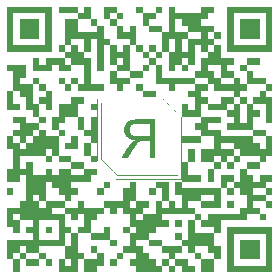
<source format=gbo>
G04*
G04 #@! TF.GenerationSoftware,Altium Limited,Altium Designer,22.1.2 (22)*
G04*
G04 Layer_Color=32896*
%FSLAX25Y25*%
%MOIN*%
G70*
G04*
G04 #@! TF.SameCoordinates,52BC5A9B-E7CF-49AA-A5AC-D027EE08C1C4*
G04*
G04*
G04 #@! TF.FilePolarity,Positive*
G04*
G01*
G75*
G36*
X110900Y115645D02*
X108739D01*
Y113483D01*
X106578D01*
Y111322D01*
X110900D01*
Y109161D01*
X113061D01*
Y107000D01*
X110900D01*
Y109161D01*
X108739D01*
Y107000D01*
X110900D01*
Y104839D01*
X113061D01*
Y100517D01*
X117383D01*
Y98356D01*
X115222D01*
Y96194D01*
X117383D01*
Y94033D01*
X119544D01*
Y91872D01*
X121705D01*
Y89711D01*
X119544D01*
Y87550D01*
X121705D01*
Y87204D01*
Y87118D01*
Y85389D01*
X123867D01*
Y83228D01*
X126028D01*
Y81067D01*
X123867D01*
Y76744D01*
X128189D01*
Y74583D01*
X130350D01*
Y68100D01*
X128189D01*
Y65939D01*
X126028D01*
Y68100D01*
X119544D01*
Y70261D01*
X117383D01*
Y72422D01*
X113061D01*
Y70261D01*
X117383D01*
Y68100D01*
X119544D01*
Y65939D01*
X117383D01*
Y68100D01*
X115222D01*
Y65939D01*
X117383D01*
Y63778D01*
X115222D01*
Y65939D01*
X113061D01*
Y68100D01*
X110900D01*
Y65939D01*
X113061D01*
Y65852D01*
Y63778D01*
X110900D01*
Y65939D01*
X106578D01*
Y70261D01*
X110900D01*
Y74583D01*
X106578D01*
Y76744D01*
X104417D01*
Y78906D01*
X106578D01*
Y81067D01*
X100094D01*
Y85389D01*
X102256D01*
Y83228D01*
X104417D01*
Y87550D01*
X102256D01*
Y89711D01*
X104417D01*
Y91872D01*
X97933D01*
Y89711D01*
X95772D01*
Y91872D01*
X91450D01*
Y98356D01*
X89289D01*
Y100517D01*
X87128D01*
Y102678D01*
X84967D01*
Y104839D01*
X82806D01*
Y107000D01*
X78483D01*
Y111322D01*
X76322D01*
Y113483D01*
X74161D01*
Y117806D01*
X78483D01*
Y115904D01*
Y115817D01*
Y115645D01*
X80644D01*
Y114866D01*
Y114780D01*
Y113483D01*
X78483D01*
Y115645D01*
X76322D01*
Y113483D01*
X78483D01*
Y111322D01*
X80644D01*
Y109161D01*
X82806D01*
Y111322D01*
X84967D01*
Y104839D01*
X87128D01*
Y102678D01*
X89289D01*
Y100517D01*
X91450D01*
Y98356D01*
X93611D01*
Y94033D01*
X104417D01*
Y91872D01*
X108739D01*
Y89711D01*
X106578D01*
Y87550D01*
X108739D01*
Y86772D01*
Y86686D01*
Y85389D01*
X113061D01*
Y87550D01*
X117383D01*
Y85389D01*
X119544D01*
Y78906D01*
X121705D01*
Y85389D01*
X119544D01*
Y87550D01*
X117383D01*
Y89711D01*
X110900D01*
Y91872D01*
X108739D01*
Y94033D01*
X104417D01*
Y96194D01*
X106578D01*
Y100517D01*
X108739D01*
Y102678D01*
X106578D01*
Y104839D01*
X104417D01*
Y98356D01*
X102256D01*
Y100517D01*
X100094D01*
Y98356D01*
X102256D01*
Y96194D01*
X100094D01*
Y98356D01*
X97933D01*
Y96194D01*
X95772D01*
Y102678D01*
X93611D01*
Y109161D01*
X89289D01*
Y111322D01*
X87128D01*
Y115645D01*
X84967D01*
Y117806D01*
X87128D01*
Y115645D01*
X91450D01*
Y113483D01*
X89289D01*
Y111322D01*
X93611D01*
Y110112D01*
Y110026D01*
Y109161D01*
X95772D01*
Y114175D01*
Y114261D01*
Y117806D01*
X97933D01*
Y115645D01*
X106578D01*
Y117806D01*
X110900D01*
Y115645D01*
D02*
G37*
G36*
X93611D02*
X91450D01*
Y115731D01*
Y117806D01*
X93611D01*
Y115645D01*
D02*
G37*
G36*
X69839Y113483D02*
X72000D01*
Y111322D01*
X74161D01*
Y107000D01*
X76322D01*
Y104839D01*
X78483D01*
Y102678D01*
X80644D01*
Y104839D01*
X82806D01*
Y96194D01*
X87128D01*
Y94033D01*
X82806D01*
Y96194D01*
X78483D01*
Y98356D01*
X76322D01*
Y98961D01*
Y99047D01*
Y104839D01*
X74161D01*
Y96194D01*
X72000D01*
Y107000D01*
X69839D01*
Y102678D01*
X67678D01*
Y107000D01*
X63356D01*
Y104839D01*
X65517D01*
Y102678D01*
X67678D01*
Y100517D01*
X69839D01*
Y95935D01*
Y95849D01*
Y91872D01*
X74161D01*
Y89711D01*
X65517D01*
Y91872D01*
X63356D01*
Y94033D01*
X65517D01*
Y91872D01*
X67678D01*
Y98356D01*
X63356D01*
Y100517D01*
X61194D01*
Y102678D01*
X59033D01*
Y104839D01*
X61194D01*
Y102678D01*
X63356D01*
Y104839D01*
X61194D01*
Y113483D01*
X65517D01*
Y109161D01*
X72000D01*
Y111322D01*
X69839D01*
Y112965D01*
Y113051D01*
Y113483D01*
X65517D01*
Y115645D01*
X59033D01*
Y117806D01*
X65517D01*
Y115645D01*
X67678D01*
Y117806D01*
X69839D01*
Y113483D01*
D02*
G37*
G36*
X130350Y102678D02*
X115222D01*
Y110458D01*
Y110544D01*
Y117806D01*
X130350D01*
Y102678D01*
D02*
G37*
G36*
X56872D02*
X41744D01*
Y117806D01*
X56872D01*
Y102678D01*
D02*
G37*
G36*
X91450D02*
X93611D01*
Y101035D01*
Y100949D01*
Y100517D01*
X91450D01*
Y102678D01*
X89289D01*
Y104839D01*
X91450D01*
Y102678D01*
D02*
G37*
G36*
X126028Y98356D02*
X121705D01*
Y100517D01*
X126028D01*
Y98356D01*
D02*
G37*
G36*
X61194Y100257D02*
Y100171D01*
Y98356D01*
X63356D01*
Y96194D01*
X59033D01*
Y98356D01*
X56872D01*
Y96194D01*
X50389D01*
Y100517D01*
X52550D01*
Y98356D01*
X54711D01*
Y100517D01*
X61194D01*
Y100257D01*
D02*
G37*
G36*
X89289Y96194D02*
X87128D01*
Y98356D01*
X89289D01*
Y96194D01*
D02*
G37*
G36*
X121705D02*
X123867D01*
Y94033D01*
X128189D01*
Y91872D01*
X130350D01*
Y89711D01*
X128189D01*
Y91872D01*
X121705D01*
Y96194D01*
X119544D01*
Y98356D01*
X121705D01*
Y96194D01*
D02*
G37*
G36*
X78483Y94033D02*
X82806D01*
Y91872D01*
X80644D01*
Y89711D01*
X78483D01*
Y91872D01*
X76322D01*
Y95935D01*
Y96022D01*
Y96194D01*
X78483D01*
Y94033D01*
D02*
G37*
G36*
X61194Y92132D02*
Y92045D01*
Y91872D01*
X63356D01*
Y89711D01*
X61194D01*
Y91354D01*
Y91440D01*
Y91872D01*
X59033D01*
Y94033D01*
X61194D01*
Y92132D01*
D02*
G37*
G36*
X87128Y89711D02*
X91450D01*
Y87550D01*
X87128D01*
Y89711D01*
X84967D01*
Y90662D01*
Y90749D01*
Y91872D01*
X87128D01*
Y89711D01*
D02*
G37*
G36*
X52550Y91872D02*
X54711D01*
Y89711D01*
X56872D01*
Y85043D01*
Y84957D01*
Y83228D01*
X54711D01*
Y85389D01*
X52550D01*
Y87550D01*
X54711D01*
Y89711D01*
X52550D01*
Y91872D01*
X50389D01*
Y91959D01*
Y92045D01*
Y94033D01*
X52550D01*
Y91872D01*
D02*
G37*
G36*
X43905Y85389D02*
X46067D01*
Y83314D01*
Y83228D01*
X41744D01*
Y89711D01*
X43905D01*
Y85389D01*
D02*
G37*
G36*
X128189Y87550D02*
X130350D01*
Y86080D01*
Y85994D01*
Y78906D01*
X128189D01*
Y85389D01*
X123867D01*
Y87550D01*
X126028D01*
Y89711D01*
X128189D01*
Y87550D01*
D02*
G37*
G36*
X48228Y94033D02*
X46067D01*
Y91872D01*
X50389D01*
Y85389D01*
X52550D01*
Y81067D01*
X54711D01*
Y78906D01*
X52550D01*
Y81067D01*
X50389D01*
Y83228D01*
X48228D01*
Y87550D01*
X46067D01*
Y89452D01*
Y89538D01*
Y89711D01*
X43905D01*
Y96194D01*
X41744D01*
Y98356D01*
X48228D01*
Y94033D01*
D02*
G37*
G36*
X65517Y70261D02*
X61194D01*
Y72422D01*
X63356D01*
Y74583D01*
X65517D01*
Y70261D01*
D02*
G37*
G36*
X48228Y78906D02*
X52550D01*
Y76744D01*
X54711D01*
Y74583D01*
X59033D01*
Y68100D01*
X63356D01*
Y65939D01*
X67678D01*
Y63778D01*
X72000D01*
Y61617D01*
X69839D01*
Y59456D01*
X63356D01*
Y57294D01*
X65517D01*
Y55133D01*
X63356D01*
Y52972D01*
X61194D01*
Y55133D01*
X59033D01*
Y57294D01*
X56872D01*
Y59456D01*
X54711D01*
Y52972D01*
X61194D01*
Y50811D01*
X65517D01*
Y52972D01*
X67678D01*
Y50811D01*
X74161D01*
Y48650D01*
X72000D01*
Y46489D01*
X69839D01*
Y42167D01*
X74161D01*
Y44328D01*
X76322D01*
Y40006D01*
X78483D01*
Y37844D01*
X76322D01*
Y40006D01*
X69839D01*
Y42167D01*
X65517D01*
Y44328D01*
X67678D01*
Y48650D01*
X65517D01*
Y46489D01*
X63356D01*
Y48650D01*
X61194D01*
Y50811D01*
X56872D01*
Y48650D01*
X61194D01*
Y44328D01*
X63356D01*
Y42167D01*
X65517D01*
Y35683D01*
X67678D01*
Y33522D01*
X72000D01*
Y35683D01*
X69839D01*
Y37844D01*
X72000D01*
Y35683D01*
X74161D01*
Y31361D01*
X72000D01*
Y29200D01*
X67678D01*
Y33522D01*
X65517D01*
Y29200D01*
X59033D01*
Y33522D01*
X61194D01*
Y31361D01*
X63356D01*
Y33522D01*
X61194D01*
Y37844D01*
X52550D01*
Y35683D01*
X54711D01*
Y33522D01*
X56872D01*
Y31361D01*
X54711D01*
Y33522D01*
X52550D01*
Y35683D01*
X48228D01*
Y37844D01*
X46067D01*
Y35683D01*
X48228D01*
Y33522D01*
X52550D01*
Y31361D01*
X48228D01*
Y33522D01*
X46067D01*
Y33782D01*
Y33868D01*
Y35683D01*
X43905D01*
Y33522D01*
X46067D01*
Y29200D01*
X43905D01*
Y32485D01*
Y32571D01*
Y33522D01*
X41744D01*
Y40006D01*
X50389D01*
Y42167D01*
X48228D01*
Y44328D01*
X50389D01*
Y46489D01*
X46067D01*
Y48650D01*
X43905D01*
Y46489D01*
X46067D01*
Y42167D01*
X43905D01*
Y44328D01*
X41744D01*
Y50811D01*
X46067D01*
Y52972D01*
X48228D01*
Y61617D01*
X46067D01*
Y59456D01*
X41744D01*
Y63778D01*
X43905D01*
Y70261D01*
X41744D01*
Y74583D01*
X43905D01*
Y72422D01*
X46067D01*
Y70261D01*
X48228D01*
Y72422D01*
X46067D01*
Y74583D01*
X43905D01*
Y76744D01*
X46067D01*
Y78906D01*
X43905D01*
Y81067D01*
X48228D01*
Y78906D01*
D02*
G37*
G36*
X67678Y85389D02*
X65517D01*
Y81067D01*
X67678D01*
Y76831D01*
Y76744D01*
X69839D01*
Y81067D01*
X72000D01*
Y83228D01*
X69839D01*
Y85389D01*
X72000D01*
Y86945D01*
X94130D01*
Y86858D01*
X94216D01*
Y86772D01*
X94303D01*
Y86686D01*
X94389D01*
Y86599D01*
X94476D01*
Y86513D01*
X94562D01*
Y86426D01*
X94648D01*
Y86340D01*
X94735D01*
Y86253D01*
X94821D01*
Y86167D01*
X94908D01*
Y86080D01*
X94994D01*
Y85994D01*
X95081D01*
Y85908D01*
X95167D01*
Y85821D01*
X95253D01*
Y85735D01*
X95340D01*
Y85648D01*
X95426D01*
Y85562D01*
X95513D01*
Y85475D01*
X95599D01*
Y85389D01*
X95686D01*
Y85302D01*
X95772D01*
Y85216D01*
X95859D01*
Y85130D01*
X95945D01*
Y85043D01*
X96032D01*
Y84957D01*
X96118D01*
Y84870D01*
X96204D01*
Y84784D01*
X96291D01*
Y84697D01*
X96377D01*
Y84611D01*
X96464D01*
Y84525D01*
X96550D01*
Y84438D01*
X96637D01*
Y84352D01*
X96723D01*
Y84265D01*
X96810D01*
Y84179D01*
X96896D01*
Y84092D01*
X96982D01*
Y84006D01*
X97069D01*
Y83919D01*
X97155D01*
Y83833D01*
X97242D01*
Y83746D01*
X97328D01*
Y83660D01*
X97415D01*
Y83574D01*
X97501D01*
Y83487D01*
X97588D01*
Y83401D01*
X97674D01*
Y83314D01*
X97760D01*
Y83228D01*
X97847D01*
Y83141D01*
X97933D01*
Y83055D01*
X98020D01*
Y82968D01*
X98106D01*
Y82882D01*
X98193D01*
Y82796D01*
X98279D01*
Y82709D01*
X98365D01*
Y82623D01*
X98452D01*
Y82536D01*
X98538D01*
Y82450D01*
X98625D01*
Y82363D01*
X98711D01*
Y82277D01*
X98798D01*
Y82190D01*
X98884D01*
Y82104D01*
X98971D01*
Y82018D01*
X99057D01*
Y81931D01*
X99144D01*
Y81845D01*
X99230D01*
Y81758D01*
X99316D01*
Y81672D01*
X99403D01*
Y81585D01*
X99489D01*
Y81499D01*
X99576D01*
Y81413D01*
X99662D01*
Y81326D01*
X99749D01*
Y81240D01*
X99835D01*
Y81153D01*
X99922D01*
Y80980D01*
X100094D01*
Y74583D01*
X106578D01*
Y72422D01*
X100094D01*
Y65939D01*
X102256D01*
Y61617D01*
X106578D01*
Y59456D01*
X100094D01*
Y60147D01*
X78051D01*
Y60234D01*
X77965D01*
Y60320D01*
X77878D01*
Y60406D01*
X77792D01*
Y60493D01*
X77705D01*
Y60579D01*
X77619D01*
Y60666D01*
X77532D01*
Y60752D01*
X77446D01*
Y60839D01*
X77360D01*
Y60925D01*
X77273D01*
Y61012D01*
X77187D01*
Y61098D01*
X77100D01*
Y61185D01*
X77014D01*
Y61271D01*
X76927D01*
Y61357D01*
X76841D01*
Y61444D01*
X76754D01*
Y61530D01*
X76668D01*
Y61617D01*
X76582D01*
Y61703D01*
X76495D01*
Y61790D01*
X76409D01*
Y61876D01*
X76322D01*
Y61962D01*
X76236D01*
Y62049D01*
X76149D01*
Y62135D01*
X76063D01*
Y62222D01*
X75976D01*
Y62308D01*
X75890D01*
Y62395D01*
X75804D01*
Y62481D01*
X75717D01*
Y62568D01*
X75631D01*
Y62654D01*
X75544D01*
Y62740D01*
X75458D01*
Y62827D01*
X75371D01*
Y62913D01*
X75285D01*
Y63000D01*
X75198D01*
Y63086D01*
X75112D01*
Y63173D01*
X75025D01*
Y63259D01*
X74939D01*
Y63346D01*
X74853D01*
Y63432D01*
X74766D01*
Y63518D01*
X74680D01*
Y63605D01*
X74593D01*
Y63691D01*
X74507D01*
Y63778D01*
X74420D01*
Y63864D01*
X74334D01*
Y63951D01*
X74248D01*
Y64037D01*
X74161D01*
Y64124D01*
X74075D01*
Y64210D01*
X73988D01*
Y64297D01*
X73902D01*
Y64383D01*
X73815D01*
Y64469D01*
X73729D01*
Y64556D01*
X73642D01*
Y64642D01*
X73556D01*
Y64729D01*
X73470D01*
Y64815D01*
X73383D01*
Y64902D01*
X73297D01*
Y64988D01*
X73210D01*
Y65074D01*
X73124D01*
Y65161D01*
X73037D01*
Y65247D01*
X72951D01*
Y65334D01*
X72864D01*
Y65420D01*
X72778D01*
Y65507D01*
X72692D01*
Y65593D01*
X72605D01*
Y65680D01*
X72519D01*
Y65766D01*
X72432D01*
Y65852D01*
X72346D01*
Y65939D01*
X72259D01*
Y66025D01*
X72173D01*
Y66112D01*
X72086D01*
Y66198D01*
X72000D01*
Y65939D01*
X69839D01*
Y68100D01*
X67678D01*
Y72422D01*
X69839D01*
Y68100D01*
X72000D01*
Y72422D01*
X69839D01*
Y74583D01*
X67678D01*
Y76744D01*
X65517D01*
Y81067D01*
X61194D01*
Y78906D01*
X59033D01*
Y76744D01*
X61194D01*
Y76658D01*
Y76572D01*
Y74583D01*
X59033D01*
Y76744D01*
X56872D01*
Y81067D01*
X59033D01*
Y85389D01*
X63356D01*
Y87118D01*
Y87204D01*
Y87550D01*
X67678D01*
Y85389D01*
D02*
G37*
G36*
X104417Y65939D02*
X102256D01*
Y70261D01*
X104417D01*
Y65939D01*
D02*
G37*
G36*
X126028Y63778D02*
X121705D01*
Y65334D01*
Y65420D01*
Y65939D01*
X126028D01*
Y63778D01*
D02*
G37*
G36*
X121705Y61617D02*
X123867D01*
Y59456D01*
X126028D01*
Y61617D01*
X130350D01*
Y59456D01*
X128189D01*
Y57294D01*
X130350D01*
Y55133D01*
X128189D01*
Y56689D01*
Y56776D01*
Y57294D01*
X123867D01*
Y55133D01*
X128189D01*
Y52972D01*
X130350D01*
Y50811D01*
X128189D01*
Y51503D01*
Y51589D01*
Y52972D01*
X123867D01*
Y50811D01*
X126028D01*
Y48650D01*
X128189D01*
Y46489D01*
X126028D01*
Y48650D01*
X121705D01*
Y46489D01*
X113061D01*
Y43896D01*
Y43809D01*
Y42167D01*
X110900D01*
Y44328D01*
X106578D01*
Y46489D01*
X104417D01*
Y48650D01*
X93611D01*
Y46489D01*
X95772D01*
Y44328D01*
X91450D01*
Y42167D01*
X89289D01*
Y40006D01*
X93611D01*
Y37844D01*
X100094D01*
Y35683D01*
X97933D01*
Y33522D01*
X102256D01*
Y31361D01*
X104417D01*
Y29200D01*
X100094D01*
Y31361D01*
X97933D01*
Y33522D01*
X95772D01*
Y35683D01*
X93611D01*
Y37844D01*
X89289D01*
Y40006D01*
X84967D01*
Y37844D01*
X87128D01*
Y35683D01*
X89289D01*
Y33522D01*
X91450D01*
Y31361D01*
X93611D01*
Y29200D01*
X84967D01*
Y31361D01*
X82806D01*
Y33522D01*
X84967D01*
Y35683D01*
X80644D01*
Y37844D01*
X82806D01*
Y42167D01*
X80644D01*
Y44328D01*
X82806D01*
Y42167D01*
X84967D01*
Y44328D01*
X82806D01*
Y48650D01*
X80644D01*
Y50811D01*
X78483D01*
Y48650D01*
X76322D01*
Y50811D01*
X74161D01*
Y52972D01*
X80644D01*
Y57294D01*
X82806D01*
Y59456D01*
X84967D01*
Y52972D01*
X89289D01*
Y50811D01*
X87128D01*
Y48650D01*
X91450D01*
Y52972D01*
X93611D01*
Y50811D01*
X95772D01*
Y52972D01*
X93611D01*
Y57294D01*
X91450D01*
Y59456D01*
X95772D01*
Y52972D01*
X97933D01*
Y50811D01*
X100094D01*
Y55133D01*
X97933D01*
Y59456D01*
X100094D01*
Y57294D01*
X113061D01*
Y50811D01*
X106578D01*
Y52972D01*
X102256D01*
Y50811D01*
X104417D01*
Y48650D01*
X106578D01*
Y46489D01*
X108739D01*
Y48650D01*
X119544D01*
Y50811D01*
X121705D01*
Y55133D01*
X119544D01*
Y57294D01*
X117383D01*
Y59456D01*
X115222D01*
Y57294D01*
X117383D01*
Y56430D01*
Y56344D01*
Y55133D01*
X115222D01*
Y57294D01*
X113061D01*
Y61617D01*
X117383D01*
Y59456D01*
X119544D01*
Y63778D01*
X121705D01*
Y61617D01*
D02*
G37*
G36*
X110900Y61357D02*
Y61271D01*
Y59456D01*
X108739D01*
Y63778D01*
X110900D01*
Y61357D01*
D02*
G37*
G36*
X76322Y58764D02*
Y58678D01*
Y57294D01*
X74161D01*
Y59456D01*
X76322D01*
Y58764D01*
D02*
G37*
G36*
X91450Y55133D02*
X89289D01*
Y57294D01*
X91450D01*
Y55133D01*
D02*
G37*
G36*
X74161D02*
X72000D01*
Y57294D01*
X74161D01*
Y55133D01*
D02*
G37*
G36*
X43905D02*
X41744D01*
Y56171D01*
Y56257D01*
Y57294D01*
X43905D01*
Y55133D01*
D02*
G37*
G36*
X117383Y50811D02*
X115222D01*
Y52972D01*
X117383D01*
Y50811D01*
D02*
G37*
G36*
X100094Y44328D02*
X97933D01*
Y46489D01*
X100094D01*
Y44328D01*
D02*
G37*
G36*
X104417Y42167D02*
X110900D01*
Y37844D01*
X113061D01*
Y33522D01*
X110900D01*
Y34127D01*
Y34214D01*
Y35683D01*
X108739D01*
Y37844D01*
X104417D01*
Y35683D01*
X106578D01*
Y33522D01*
X110900D01*
Y29200D01*
X106578D01*
Y33522D01*
X104417D01*
Y35683D01*
X102256D01*
Y37844D01*
X100094D01*
Y40006D01*
X97933D01*
Y40957D01*
Y41043D01*
Y42167D01*
X100094D01*
Y40006D01*
X102256D01*
Y46489D01*
X104417D01*
Y42167D01*
D02*
G37*
G36*
X80644Y33522D02*
X78483D01*
Y35683D01*
X80644D01*
Y33522D01*
D02*
G37*
G36*
X78483Y31361D02*
X76322D01*
Y32485D01*
Y32571D01*
Y33522D01*
X78483D01*
Y31361D01*
D02*
G37*
G36*
X130350Y29200D02*
X115222D01*
Y31534D01*
Y31620D01*
Y44328D01*
X130350D01*
Y29200D01*
D02*
G37*
G36*
X95772Y31361D02*
X97933D01*
Y29200D01*
X95772D01*
Y31275D01*
Y31361D01*
X93611D01*
Y31448D01*
Y31534D01*
Y33522D01*
X95772D01*
Y31361D01*
D02*
G37*
%LPC*%
G36*
X100094Y113483D02*
X97933D01*
Y109161D01*
X102256D01*
Y107000D01*
X106578D01*
Y109161D01*
X102256D01*
Y111322D01*
X100094D01*
Y113483D01*
D02*
G37*
G36*
X110900Y104839D02*
X108739D01*
Y102678D01*
X110900D01*
Y104839D01*
D02*
G37*
G36*
X102256Y107000D02*
X100094D01*
Y102678D01*
X102256D01*
Y103974D01*
Y104061D01*
Y107000D01*
D02*
G37*
G36*
X97933D02*
X95772D01*
Y102678D01*
X97933D01*
Y107000D01*
D02*
G37*
G36*
X113061Y98356D02*
X108739D01*
Y97318D01*
Y97232D01*
Y96194D01*
X110900D01*
Y94033D01*
X113061D01*
Y91872D01*
X117383D01*
Y94033D01*
X113061D01*
Y98356D01*
D02*
G37*
G36*
X117383Y85389D02*
X115222D01*
Y83228D01*
X117383D01*
Y85389D01*
D02*
G37*
G36*
X108739D02*
X106578D01*
Y81067D01*
X113061D01*
Y78906D01*
X108739D01*
Y76744D01*
X113061D01*
Y74583D01*
X123867D01*
Y72422D01*
X126028D01*
Y70261D01*
X128189D01*
Y74583D01*
X123867D01*
Y76744D01*
X115222D01*
Y78906D01*
X117383D01*
Y81067D01*
X115222D01*
Y81845D01*
Y81931D01*
Y83228D01*
X108739D01*
Y85389D01*
D02*
G37*
G36*
X80644Y100517D02*
X78483D01*
Y98356D01*
X80644D01*
Y100517D01*
D02*
G37*
G36*
X128102Y115558D02*
X117470D01*
Y104925D01*
X128102D01*
Y115558D01*
D02*
G37*
%LPD*%
G36*
X126028Y109421D02*
Y109334D01*
Y107000D01*
X119544D01*
Y113483D01*
X126028D01*
Y109421D01*
D02*
G37*
%LPC*%
G36*
X54625Y115558D02*
X43992D01*
Y104925D01*
X54625D01*
Y115558D01*
D02*
G37*
%LPD*%
G36*
X52550Y107000D02*
X46067D01*
Y113483D01*
X52550D01*
Y107000D01*
D02*
G37*
%LPC*%
G36*
Y76744D02*
X50389D01*
Y74583D01*
X52550D01*
Y76744D01*
D02*
G37*
G36*
X50389Y74583D02*
X48228D01*
Y72422D01*
X50389D01*
Y74583D01*
D02*
G37*
G36*
X56872Y70261D02*
X54711D01*
Y68100D01*
X56872D01*
Y65939D01*
X54711D01*
Y66717D01*
Y66803D01*
Y68100D01*
X46067D01*
Y63778D01*
X48228D01*
Y65939D01*
X50389D01*
Y61617D01*
X54711D01*
Y63778D01*
X56872D01*
Y61617D01*
X59033D01*
Y63518D01*
Y63605D01*
Y63778D01*
X63356D01*
Y61617D01*
X67678D01*
Y63778D01*
X63356D01*
Y65939D01*
X59033D01*
Y68100D01*
X56872D01*
Y70261D01*
D02*
G37*
G36*
X52550Y55133D02*
X50389D01*
Y52972D01*
X52550D01*
Y50811D01*
X54711D01*
Y52972D01*
X52550D01*
Y55133D01*
D02*
G37*
G36*
X59033Y46489D02*
X52550D01*
Y40006D01*
X59033D01*
Y46489D01*
D02*
G37*
G36*
X63356Y42167D02*
X61194D01*
Y37844D01*
X63356D01*
Y42167D01*
D02*
G37*
%LPD*%
G36*
X56872D02*
X54711D01*
Y44328D01*
X56872D01*
Y42167D01*
D02*
G37*
%LPC*%
G36*
X93957Y86858D02*
X72173D01*
Y86772D01*
X72086D01*
Y66285D01*
X72173D01*
Y66198D01*
X72259D01*
Y66112D01*
X72346D01*
Y66025D01*
X72432D01*
Y65939D01*
X72519D01*
Y65852D01*
X72605D01*
Y65766D01*
X72692D01*
Y65680D01*
X72778D01*
Y65593D01*
X72864D01*
Y65507D01*
X72951D01*
Y65420D01*
X73037D01*
Y65334D01*
X73124D01*
Y65247D01*
X73210D01*
Y65161D01*
X73297D01*
Y65074D01*
X73383D01*
Y64988D01*
X73470D01*
Y64902D01*
X73556D01*
Y64815D01*
X73642D01*
Y64729D01*
X73729D01*
Y64642D01*
X73815D01*
Y64556D01*
X73902D01*
Y64469D01*
X73988D01*
Y64383D01*
X74075D01*
Y64297D01*
X74161D01*
Y64210D01*
X74248D01*
Y64124D01*
X74334D01*
Y64037D01*
X74420D01*
Y63951D01*
X74507D01*
Y63864D01*
X74593D01*
Y63778D01*
X74680D01*
Y63691D01*
X74766D01*
Y63605D01*
X74853D01*
Y63518D01*
X74939D01*
Y63432D01*
X75025D01*
Y63346D01*
X75112D01*
Y63259D01*
X75198D01*
Y63173D01*
X75285D01*
Y63086D01*
X75371D01*
Y63000D01*
X75458D01*
Y62913D01*
X75544D01*
Y62827D01*
X75631D01*
Y62740D01*
X75717D01*
Y62654D01*
X75804D01*
Y62568D01*
X75890D01*
Y62481D01*
X75976D01*
Y62395D01*
X76063D01*
Y62308D01*
X76149D01*
Y62222D01*
X76236D01*
Y62135D01*
X76322D01*
Y62049D01*
X76409D01*
Y61962D01*
X76495D01*
Y61876D01*
X76582D01*
Y61790D01*
X76668D01*
Y61703D01*
X76754D01*
Y61617D01*
X76841D01*
Y61530D01*
X76927D01*
Y61444D01*
X77014D01*
Y61357D01*
X77100D01*
Y61271D01*
X77187D01*
Y61185D01*
X77273D01*
Y61098D01*
X77360D01*
Y61012D01*
X77446D01*
Y60925D01*
X77532D01*
Y60839D01*
X77619D01*
Y60752D01*
X77705D01*
Y60666D01*
X77792D01*
Y60579D01*
X77878D01*
Y60493D01*
X77965D01*
Y60406D01*
X78051D01*
Y60320D01*
X100008D01*
Y80807D01*
X99922D01*
Y80980D01*
X99835D01*
Y81067D01*
X99749D01*
Y81153D01*
X99662D01*
Y81240D01*
X99576D01*
Y81326D01*
X99489D01*
Y81413D01*
X99403D01*
Y81499D01*
X99316D01*
Y81585D01*
X99230D01*
Y81672D01*
X99144D01*
Y81758D01*
X99057D01*
Y81845D01*
X98971D01*
Y81931D01*
X98884D01*
Y82018D01*
X98798D01*
Y82104D01*
X98711D01*
Y82190D01*
X98625D01*
Y82277D01*
X98538D01*
Y82363D01*
X98452D01*
Y82450D01*
X98365D01*
Y82536D01*
X98279D01*
Y82623D01*
X98193D01*
Y82709D01*
X98106D01*
Y82796D01*
X98020D01*
Y82882D01*
X97933D01*
Y82968D01*
X97847D01*
Y83055D01*
X97760D01*
Y83141D01*
X97674D01*
Y83228D01*
X97588D01*
Y83314D01*
X97501D01*
Y83401D01*
X97415D01*
Y83487D01*
X97328D01*
Y83574D01*
X97242D01*
Y83660D01*
X97155D01*
Y83746D01*
X97069D01*
Y83833D01*
X96982D01*
Y83919D01*
X96896D01*
Y84006D01*
X96810D01*
Y84092D01*
X96723D01*
Y84179D01*
X96637D01*
Y84265D01*
X96550D01*
Y84352D01*
X96464D01*
Y84438D01*
X96377D01*
Y84525D01*
X96291D01*
Y84611D01*
X96204D01*
Y84697D01*
X96118D01*
Y84784D01*
X96032D01*
Y84870D01*
X95945D01*
Y84957D01*
X95859D01*
Y85043D01*
X95772D01*
Y85130D01*
X95686D01*
Y85216D01*
X95599D01*
Y85302D01*
X95513D01*
Y85389D01*
X95426D01*
Y85475D01*
X95340D01*
Y85562D01*
X95253D01*
Y85648D01*
X95167D01*
Y85735D01*
X95081D01*
Y85821D01*
X94994D01*
Y85908D01*
X94908D01*
Y85994D01*
X94821D01*
Y86080D01*
X94735D01*
Y86167D01*
X94648D01*
Y86253D01*
X94562D01*
Y86340D01*
X94476D01*
Y86426D01*
X94389D01*
Y86513D01*
X94303D01*
Y86599D01*
X94216D01*
Y86686D01*
X94130D01*
Y86772D01*
X93957D01*
Y86858D01*
D02*
G37*
%LPD*%
G36*
X93438Y85648D02*
X93525D01*
Y85562D01*
X93611D01*
Y85475D01*
X93698D01*
Y85389D01*
X93784D01*
Y85302D01*
X93870D01*
Y85216D01*
X93957D01*
Y85130D01*
X94043D01*
Y85043D01*
X94130D01*
Y84957D01*
X94216D01*
Y84870D01*
X94303D01*
Y84784D01*
X94389D01*
Y84697D01*
X94476D01*
Y84611D01*
X94562D01*
Y84525D01*
X94648D01*
Y84438D01*
X94735D01*
Y84352D01*
X94821D01*
Y84265D01*
X94908D01*
Y84179D01*
X94994D01*
Y84092D01*
X95081D01*
Y84006D01*
X95167D01*
Y83919D01*
X95253D01*
Y83833D01*
X95340D01*
Y83746D01*
X95426D01*
Y83660D01*
X95513D01*
Y83574D01*
X95599D01*
Y83487D01*
X95686D01*
Y83401D01*
X95772D01*
Y83314D01*
X95859D01*
Y83228D01*
X95945D01*
Y83141D01*
X96032D01*
Y83055D01*
X96118D01*
Y82968D01*
X96204D01*
Y82882D01*
X96291D01*
Y82796D01*
X96377D01*
Y82709D01*
X96464D01*
Y82623D01*
X96550D01*
Y82536D01*
X96637D01*
Y82450D01*
X96723D01*
Y82363D01*
X96810D01*
Y82277D01*
X96896D01*
Y82190D01*
X96982D01*
Y82104D01*
X97069D01*
Y82018D01*
X97155D01*
Y81931D01*
X97242D01*
Y81845D01*
X97328D01*
Y81758D01*
X97415D01*
Y81672D01*
X97501D01*
Y81585D01*
X97588D01*
Y81499D01*
X97674D01*
Y81413D01*
X97760D01*
Y81326D01*
X97847D01*
Y81240D01*
X97933D01*
Y81153D01*
X98020D01*
Y81067D01*
X98106D01*
Y80980D01*
X98193D01*
Y80894D01*
X98279D01*
Y80807D01*
X98365D01*
Y80721D01*
X98452D01*
Y80634D01*
X98538D01*
Y80548D01*
X98625D01*
Y80462D01*
X98711D01*
Y80375D01*
X98798D01*
Y61357D01*
X78743D01*
Y61444D01*
X78656D01*
Y61530D01*
X78570D01*
Y61617D01*
X78483D01*
Y61703D01*
X78397D01*
Y61790D01*
X78310D01*
Y61876D01*
X78224D01*
Y61962D01*
X78137D01*
Y62049D01*
X78051D01*
Y62135D01*
X77965D01*
Y62222D01*
X77878D01*
Y62308D01*
X77792D01*
Y62395D01*
X77705D01*
Y62481D01*
X77619D01*
Y62568D01*
X77532D01*
Y62654D01*
X77446D01*
Y62740D01*
X77360D01*
Y62827D01*
X77273D01*
Y62913D01*
X77187D01*
Y63000D01*
X77100D01*
Y63086D01*
X77014D01*
Y63173D01*
X76927D01*
Y63259D01*
X76841D01*
Y63346D01*
X76754D01*
Y63432D01*
X76668D01*
Y63518D01*
X76582D01*
Y63605D01*
X76495D01*
Y63691D01*
X76409D01*
Y63778D01*
X76322D01*
Y63864D01*
X76236D01*
Y63951D01*
X76149D01*
Y64037D01*
X76063D01*
Y64124D01*
X75976D01*
Y64210D01*
X75890D01*
Y64297D01*
X75804D01*
Y64383D01*
X75717D01*
Y64469D01*
X75631D01*
Y64556D01*
X75544D01*
Y64642D01*
X75458D01*
Y64729D01*
X75371D01*
Y64815D01*
X75285D01*
Y64902D01*
X75198D01*
Y64988D01*
X75112D01*
Y65074D01*
X75025D01*
Y65161D01*
X74939D01*
Y65247D01*
X74853D01*
Y65334D01*
X74766D01*
Y65420D01*
X74680D01*
Y65507D01*
X74593D01*
Y65593D01*
X74507D01*
Y65680D01*
X74420D01*
Y65766D01*
X74334D01*
Y65852D01*
X74248D01*
Y65939D01*
X74161D01*
Y66025D01*
X74075D01*
Y66112D01*
X73988D01*
Y66198D01*
X73902D01*
Y66285D01*
X73815D01*
Y66371D01*
X73729D01*
Y66458D01*
X73642D01*
Y66544D01*
X73556D01*
Y66630D01*
X73470D01*
Y66717D01*
X73383D01*
Y66803D01*
X73297D01*
Y85735D01*
X93438D01*
Y85648D01*
D02*
G37*
%LPC*%
G36*
X93265D02*
X73470D01*
Y85562D01*
X73383D01*
Y66890D01*
X73470D01*
Y66803D01*
X73556D01*
Y66717D01*
X73642D01*
Y66630D01*
X73729D01*
Y66544D01*
X73815D01*
Y66458D01*
X73902D01*
Y66371D01*
X73988D01*
Y66285D01*
X74075D01*
Y66198D01*
X74161D01*
Y66112D01*
X74248D01*
Y66025D01*
X74334D01*
Y65939D01*
X74420D01*
Y65852D01*
X74507D01*
Y65766D01*
X74593D01*
Y65680D01*
X74680D01*
Y65593D01*
X74766D01*
Y65507D01*
X74853D01*
Y65420D01*
X74939D01*
Y65334D01*
X75025D01*
Y65247D01*
X75112D01*
Y65161D01*
X75198D01*
Y65074D01*
X75285D01*
Y64988D01*
X75371D01*
Y64902D01*
X75458D01*
Y64815D01*
X75544D01*
Y64729D01*
X75631D01*
Y64642D01*
X75717D01*
Y64556D01*
X75804D01*
Y64469D01*
X75890D01*
Y64383D01*
X75976D01*
Y64297D01*
X76063D01*
Y64210D01*
X76149D01*
Y64124D01*
X76236D01*
Y64037D01*
X76322D01*
Y63951D01*
X76409D01*
Y63864D01*
X76495D01*
Y63778D01*
X76582D01*
Y63691D01*
X76668D01*
Y63605D01*
X76754D01*
Y63518D01*
X76841D01*
Y63432D01*
X76927D01*
Y63346D01*
X77014D01*
Y63259D01*
X77100D01*
Y63173D01*
X77187D01*
Y63086D01*
X77273D01*
Y63000D01*
X77360D01*
Y62913D01*
X77446D01*
Y62827D01*
X77532D01*
Y62740D01*
X77619D01*
Y62654D01*
X77705D01*
Y62568D01*
X77792D01*
Y62481D01*
X77878D01*
Y62395D01*
X77965D01*
Y62308D01*
X78051D01*
Y62222D01*
X78137D01*
Y62135D01*
X78224D01*
Y62049D01*
X78310D01*
Y61962D01*
X78397D01*
Y61876D01*
X78483D01*
Y61790D01*
X78570D01*
Y61703D01*
X78656D01*
Y61617D01*
X78743D01*
Y61530D01*
X98711D01*
Y80289D01*
X98625D01*
Y80375D01*
X98538D01*
Y80462D01*
X98452D01*
Y80548D01*
X98365D01*
Y80634D01*
X98279D01*
Y80721D01*
X98193D01*
Y80807D01*
X98106D01*
Y80894D01*
X98020D01*
Y80980D01*
X97933D01*
Y81067D01*
X97847D01*
Y81153D01*
X97760D01*
Y81240D01*
X97674D01*
Y81326D01*
X97588D01*
Y81413D01*
X97501D01*
Y81499D01*
X97415D01*
Y81585D01*
X97328D01*
Y81672D01*
X97242D01*
Y81758D01*
X97155D01*
Y81845D01*
X97069D01*
Y81931D01*
X96982D01*
Y82018D01*
X96896D01*
Y82104D01*
X96810D01*
Y82190D01*
X96723D01*
Y82277D01*
X96637D01*
Y82363D01*
X96550D01*
Y82450D01*
X96464D01*
Y82536D01*
X96377D01*
Y82623D01*
X96291D01*
Y82709D01*
X96204D01*
Y82796D01*
X96118D01*
Y82882D01*
X96032D01*
Y82968D01*
X95945D01*
Y83055D01*
X95859D01*
Y83141D01*
X95772D01*
Y83228D01*
X95686D01*
Y83314D01*
X95599D01*
Y83401D01*
X95513D01*
Y83487D01*
X95426D01*
Y83574D01*
X95340D01*
Y83660D01*
X95253D01*
Y83746D01*
X95167D01*
Y83833D01*
X95081D01*
Y83919D01*
X94994D01*
Y84006D01*
X94908D01*
Y84092D01*
X94821D01*
Y84179D01*
X94735D01*
Y84265D01*
X94648D01*
Y84352D01*
X94562D01*
Y84438D01*
X94476D01*
Y84525D01*
X94389D01*
Y84611D01*
X94303D01*
Y84697D01*
X94216D01*
Y84784D01*
X94130D01*
Y84870D01*
X94043D01*
Y84957D01*
X93957D01*
Y85043D01*
X93870D01*
Y85130D01*
X93784D01*
Y85216D01*
X93698D01*
Y85302D01*
X93611D01*
Y85389D01*
X93525D01*
Y85475D01*
X93438D01*
Y85562D01*
X93265D01*
Y85648D01*
D02*
G37*
%LPD*%
G36*
X91277Y79251D02*
Y79165D01*
Y67236D01*
X89548D01*
Y72941D01*
X86609D01*
Y72854D01*
X86263D01*
Y72768D01*
X86090D01*
Y72682D01*
X85918D01*
Y72595D01*
X85831D01*
Y72509D01*
X85658D01*
Y72422D01*
X85572D01*
Y72336D01*
X85485D01*
Y72249D01*
X85399D01*
Y72163D01*
X85312D01*
Y72076D01*
X85226D01*
Y71990D01*
X85140D01*
Y71817D01*
X85053D01*
Y71731D01*
X84967D01*
Y71644D01*
X84880D01*
Y71558D01*
X84794D01*
Y71385D01*
X84707D01*
Y71298D01*
X84621D01*
Y71212D01*
X84534D01*
Y71039D01*
X84448D01*
Y70953D01*
X84361D01*
Y70780D01*
X84275D01*
Y70693D01*
X84189D01*
Y70521D01*
X84102D01*
Y70434D01*
X84016D01*
Y70261D01*
X83929D01*
Y70175D01*
X83843D01*
Y70002D01*
X83756D01*
Y69915D01*
X83670D01*
Y69742D01*
X83584D01*
Y69656D01*
X83497D01*
Y69483D01*
X83411D01*
Y69310D01*
X83324D01*
Y69224D01*
X83238D01*
Y69051D01*
X83151D01*
Y68964D01*
X83065D01*
Y68792D01*
X82978D01*
Y68705D01*
X82892D01*
Y68532D01*
X82806D01*
Y68359D01*
X82719D01*
Y68273D01*
X82633D01*
Y68100D01*
X82546D01*
Y68014D01*
X82460D01*
Y67841D01*
X82373D01*
Y67754D01*
X82287D01*
Y67581D01*
X82200D01*
Y67409D01*
X82114D01*
Y67322D01*
X82028D01*
Y67236D01*
X79866D01*
Y67322D01*
X79953D01*
Y67409D01*
X80039D01*
Y67581D01*
X80126D01*
Y67754D01*
X80212D01*
Y67841D01*
X80299D01*
Y68014D01*
X80385D01*
Y68100D01*
X80472D01*
Y68273D01*
X80558D01*
Y68359D01*
X80644D01*
Y68532D01*
X80731D01*
Y68705D01*
X80817D01*
Y68792D01*
X80904D01*
Y68964D01*
X80990D01*
Y69051D01*
X81077D01*
Y69224D01*
X81163D01*
Y69310D01*
X81249D01*
Y69483D01*
X81336D01*
Y69570D01*
X81422D01*
Y69742D01*
X81509D01*
Y69915D01*
X81595D01*
Y70002D01*
X81682D01*
Y70175D01*
X81768D01*
Y70261D01*
X81855D01*
Y70434D01*
X81941D01*
Y70521D01*
X82028D01*
Y70693D01*
X82114D01*
Y70780D01*
X82200D01*
Y70953D01*
X82287D01*
Y71039D01*
X82373D01*
Y71212D01*
X82460D01*
Y71298D01*
X82546D01*
Y71471D01*
X82633D01*
Y71558D01*
X82719D01*
Y71644D01*
X82806D01*
Y71731D01*
X82892D01*
Y71817D01*
X82978D01*
Y71990D01*
X83065D01*
Y72076D01*
X83151D01*
Y72163D01*
X83238D01*
Y72249D01*
X83324D01*
Y72336D01*
X83411D01*
Y72422D01*
X83497D01*
Y72509D01*
X83584D01*
Y72595D01*
X83756D01*
Y72682D01*
X83843D01*
Y72768D01*
X84016D01*
Y72854D01*
X84189D01*
Y72941D01*
X84275D01*
Y73027D01*
X84448D01*
Y73114D01*
X84361D01*
Y73200D01*
X83929D01*
Y73287D01*
X83584D01*
Y73373D01*
X83324D01*
Y73460D01*
X83065D01*
Y73546D01*
X82892D01*
Y73632D01*
X82719D01*
Y73719D01*
X82546D01*
Y73805D01*
X82373D01*
Y73892D01*
X82287D01*
Y73978D01*
X82114D01*
Y74065D01*
X82028D01*
Y74151D01*
X81941D01*
Y74238D01*
X81855D01*
Y74324D01*
X81768D01*
Y74410D01*
X81682D01*
Y74497D01*
X81595D01*
Y74583D01*
X81509D01*
Y74756D01*
X81422D01*
Y74843D01*
X81336D01*
Y75016D01*
X81249D01*
Y75188D01*
X81163D01*
Y75448D01*
X81077D01*
Y75707D01*
X80990D01*
Y76139D01*
X80904D01*
Y77177D01*
X80990D01*
Y77609D01*
X81077D01*
Y77955D01*
X81163D01*
Y78128D01*
X81249D01*
Y78300D01*
X81336D01*
Y78473D01*
X81422D01*
Y78646D01*
X81509D01*
Y78733D01*
X81595D01*
Y78906D01*
X81682D01*
Y78992D01*
X81768D01*
Y79078D01*
X81855D01*
Y79165D01*
X81941D01*
Y79251D01*
X82028D01*
Y79338D01*
X82114D01*
Y79424D01*
X82200D01*
Y79511D01*
X82287D01*
Y79597D01*
X82460D01*
Y79684D01*
X82633D01*
Y79770D01*
X82806D01*
Y79856D01*
X82978D01*
Y79943D01*
X83324D01*
Y80029D01*
X83670D01*
Y80116D01*
X84361D01*
Y80202D01*
X91277D01*
Y79251D01*
D02*
G37*
%LPC*%
G36*
X89548Y78733D02*
X84534D01*
Y78646D01*
X84189D01*
Y78560D01*
X83929D01*
Y78473D01*
X83756D01*
Y78387D01*
X83584D01*
Y78300D01*
X83497D01*
Y78214D01*
X83324D01*
Y78128D01*
X83238D01*
Y78041D01*
X83151D01*
Y77955D01*
X83065D01*
Y77782D01*
X82978D01*
Y77695D01*
X82892D01*
Y77522D01*
X82806D01*
Y77263D01*
X82719D01*
Y76053D01*
X82806D01*
Y75794D01*
X82892D01*
Y75621D01*
X82978D01*
Y75534D01*
X83065D01*
Y75361D01*
X83151D01*
Y75275D01*
X83238D01*
Y75188D01*
X83324D01*
Y75102D01*
X83411D01*
Y75016D01*
X83497D01*
Y74929D01*
X83670D01*
Y74843D01*
X83843D01*
Y74756D01*
X84016D01*
Y74670D01*
X84275D01*
Y74583D01*
X84794D01*
Y74497D01*
X89548D01*
Y77782D01*
Y77868D01*
Y78733D01*
D02*
G37*
G36*
X110900Y55133D02*
X106578D01*
Y52972D01*
X110900D01*
Y55133D01*
D02*
G37*
G36*
X84967Y52972D02*
X82806D01*
Y50811D01*
X84967D01*
Y52972D01*
D02*
G37*
G36*
X87128Y48650D02*
X84967D01*
Y46489D01*
X87128D01*
Y48650D01*
D02*
G37*
G36*
X128102Y42080D02*
X117470D01*
Y31448D01*
X128102D01*
Y42080D01*
D02*
G37*
%LPD*%
G36*
X126028Y33522D02*
X119544D01*
Y40006D01*
X126028D01*
Y33522D01*
D02*
G37*
M02*

</source>
